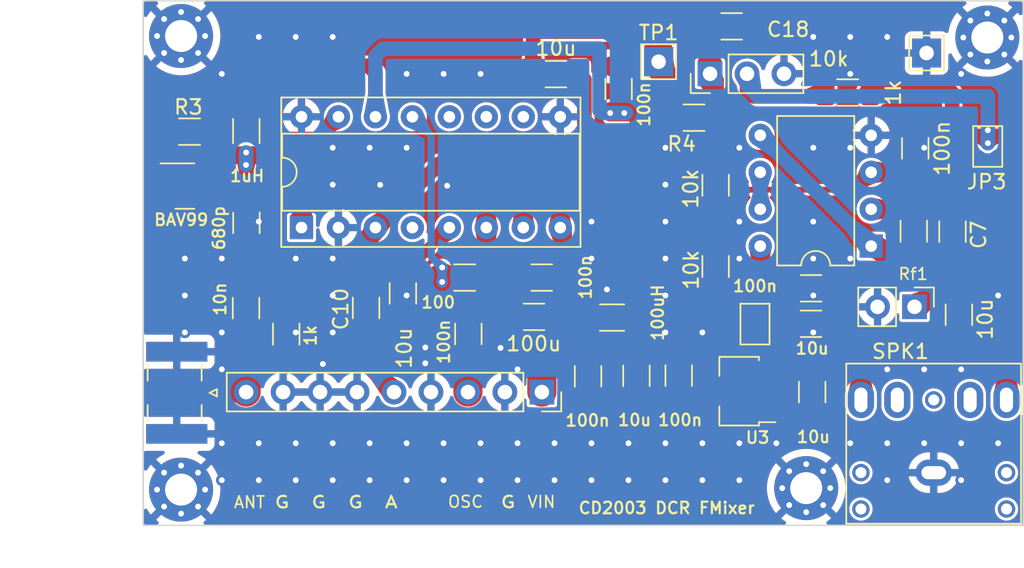
<source format=kicad_pcb>
(kicad_pcb (version 20221018) (generator pcbnew)
  (layers (0 "F.Cu" signal) (31 "B.Cu" signal) (34 "B.Paste" user) (35 "F.Paste" user) (36 "B.SilkS" user "B.Silkscreen") (37 "F.SilkS" user "F.Silkscreen") (38 "B.Mask" user) (39 "F.Mask" user) (44 "Edge.Cuts" user))
  (net 0 "")
  (net 1 "RX_OSC")
  (net 2 "+5V")
  (net 3 "Net-(U1-FM_OSC)")
  (net 4 "Net-(U1-FM_RF_IN)")
  (net 7 "GND")
  (net 10 "RX_AUDIO")
  (net 11 "Net-(C11-Pad1)")
  (net 12 "Net-(JP3-A)")
  (net 13 "Net-(U2A-+)")
  (net 14 "Net-(U2A--)")
  (net 15 "+3.3V")
  (net 16 "Net-(C1-Pad2)")
  (net 17 "Net-(U2B--)")
  (net 18 "Net-(C14-Pad2)")
  (net 19 "5VCLEAN")
  (net 20 "Net-(J1-In)")
  (net 21 "Net-(J2-Pin_1)")
  (net 24 "Net-(U1-AGC)")
  (net 25 "Net-(U1-FM_TUNER)")
  (net 26 "Net-(JP1-Pin_5)")
  (net 27 "Net-(C18-Pad1)")
  (footprint "Capacitor_SMD:C_1206_3216Metric_Pad1.33x1.80mm_HandSolder" (layer "F.Cu") (at 60.36 64.5925 -90)
    (fp_text reference "C10")
    (fp_text value "100n" hide)
  )
  (footprint "TestPoint:TestPoint_THTPad_2.0x2.0mm_Drill1.0mm" (layer "F.Cu") (at 80.46 47.66)
    (fp_text reference "TP1")
    (fp_text value "Debug_Audio" hide)
  )
  (footprint "Capacitor_SMD:C_1206_3216Metric_Pad1.33x1.80mm_HandSolder" (layer "F.Cu") (at 75.612 69.2955 -90)
    (fp_text reference "C5" hide)
    (fp_text value "100n")
  )
  (footprint "Connector_PinHeader_2.54mm:PinHeader_1x03_P2.54mm_Vertical" (layer "F.Cu") (at 83.995 48.49 90)
    (fp_text reference "RV1" hide)
    (fp_text value "10k")
  )
  (footprint "Connector_PinHeader_2.54mm:PinHeader_1x02_P2.54mm_Vertical" (layer "F.Cu") (at 98.044 64.516 -90)
    (fp_text reference "J2" hide)
    (fp_text value "Conn_01x02" hide)
  )
  (footprint "Capacitor_SMD:C_1206_3216Metric_Pad1.33x1.80mm_HandSolder" (layer "F.Cu") (at 77.71 49.54 90)
    (fp_text reference "C8" hide)
    (fp_text value "100n")
  )
  (footprint "Inductor_SMD:L_1206_3216Metric_Pad1.22x1.90mm_HandSolder" (layer "F.Cu") (at 52.13 52.43 90)
    (fp_text reference "L1" hide)
    (fp_text value "1uH")
  )
  (footprint "Capacitor_SMD:C_1206_3216Metric_Pad1.33x1.80mm_HandSolder" (layer "F.Cu") (at 52.137 58.7455 90)
    (fp_text reference "C11" hide)
    (fp_text value "680p")
  )
  (footprint "Capacitor_SMD:C_1206_3216Metric_Pad1.33x1.80mm_HandSolder" (layer "F.Cu") (at 71.8995 65.208 180)
    (fp_text reference "C6" hide)
    (fp_text value "100u")
  )
  (footprint "Resistor_SMD:R_1206_3216Metric_Pad1.30x1.75mm_HandSolder" (layer "F.Cu") (at 67.13 62.506)
    (fp_text reference "R14" hide)
    (fp_text value "100")
  )
  (footprint "Capacitor_SMD:C_1206_3216Metric_Pad1.33x1.80mm_HandSolder" (layer "F.Cu") (at 72.4285 62.506 180)
    (fp_text reference "C9" hide)
    (fp_text value "100n")
  )
  (footprint "MountingHole:MountingHole_2.2mm_M2_Pad_Via" (layer "F.Cu") (at 90.6 76.984 180)
    (fp_text reference "H2" hide)
    (fp_text value "MountingHole_Pad" hide)
  )
  (footprint "MountingHole:MountingHole_2.2mm_M2_Pad_Via" (layer "F.Cu") (at 47.649274 77.087274)
    (fp_text reference "H4" hide)
    (fp_text value "MountingHole_Pad" hide)
  )
  (footprint "Capacitor_SMD:C_1206_3216Metric_Pad1.33x1.80mm_HandSolder" (layer "F.Cu") (at 78.937 69.258 -90)
    (fp_text reference "C3" hide)
    (fp_text value "10u")
  )
  (footprint "MountingHole:MountingHole_2.2mm_M2_Pad_Via" (layer "F.Cu") (at 47.649274 45.892726 180)
    (fp_text reference "H1" hide)
    (fp_text value "MountingHole_Pad" hide)
  )
  (footprint "Capacitor_SMD:C_1206_3216Metric_Pad1.33x1.80mm_HandSolder" (layer "F.Cu") (at 98.092 53.616 90)
    (fp_text reference "C2" hide)
    (fp_text value "100n")
  )
  (footprint "Inductor_SMD:L_1206_3216Metric_Pad1.22x1.90mm_HandSolder" (layer "F.Cu") (at 77.262 65.258)
    (fp_text reference "L2" hide)
    (fp_text value "100uH")
  )
  (footprint "footprints:PinSocket_1x09_P2.54mm_Vertical_Custom" (layer "F.Cu") (at 72.438 70.38 -90)
    (fp_text reference "JP1" hide)
    (fp_text value "Pin Header" hide)
  )
  (footprint "Capacitor_SMD:C_1206_3216Metric_Pad1.33x1.80mm_HandSolder" (layer "F.Cu") (at 90.9395 63.243)
    (fp_text reference "C12" hide)
    (fp_text value "100n")
  )
  (footprint "Resistor_SMD:R_1206_3216Metric_Pad1.30x1.75mm_HandSolder" (layer "F.Cu") (at 82.89 51.51)
    (fp_text reference "R4")
    (fp_text value "1k" hide)
  )
  (footprint "Capacitor_SMD:C_1206_3216Metric_Pad1.33x1.80mm_HandSolder" (layer "F.Cu") (at 91.012 70.378 -90)
    (fp_text reference "C13" hide)
    (fp_text value "10u")
  )
  (footprint "Capacitor_SMD:C_1206_3216Metric_Pad1.33x1.80mm_HandSolder" (layer "F.Cu") (at 90.932 65.683 180)
    (fp_text reference "C15" hide)
    (fp_text value "10u")
  )
  (footprint "Capacitor_SMD:C_1206_3216Metric_Pad1.33x1.80mm_HandSolder" (layer "F.Cu") (at 52.112 64.608 -90)
    (fp_text reference "C17" hide)
    (fp_text value "10n")
  )
  (footprint "Capacitor_SMD:C_1206_3216Metric_Pad1.33x1.80mm_HandSolder" (layer "F.Cu") (at 67.387 66.383 -90)
    (fp_text reference "C21" hide)
    (fp_text value "100n")
  )
  (footprint "Capacitor_SMD:C_1206_3216Metric_Pad1.33x1.80mm_HandSolder" (layer "F.Cu") (at 62.89 63.5925 -90)
    (fp_text reference "C16" hide)
    (fp_text value " 10u")
  )
  (footprint "Package_TO_SOT_SMD:SOT-23" (layer "F.Cu") (at 47.904 56.2125)
    (fp_text reference "D1" hide)
    (fp_text value "BAV99")
  )
  (footprint "Capacitor_SMD:C_1206_3216Metric_Pad1.33x1.80mm_HandSolder" (layer "F.Cu") (at 100.652 59.3455 90)
    (fp_text reference "C7")
    (fp_text value "~1nF" hide)
  )
  (footprint "TestPoint:TestPoint_THTPad_2.0x2.0mm_Drill1.0mm" (layer "F.Cu") (at 98.87 47.06)
    (fp_text reference "TP2" hide)
    (fp_text value "GND" hide)
  )
  (footprint "Resistor_SMD:R_1206_3216Metric_Pad1.30x1.75mm_HandSolder" (layer "F.Cu") (at 54.872 66.398 -90)
    (fp_text reference "R13" hide)
    (fp_text value "1k")
  )
  (footprint "Resistor_SMD:R_1206_3216Metric_Pad1.30x1.75mm_HandSolder" (layer "F.Cu") (at 84.376 61.744 90)
    (fp_text reference "R1" hide)
    (fp_text value "10k")
  )
  (footprint "Resistor_SMD:R_1206_3216Metric_Pad1.30x1.75mm_HandSolder" (layer "F.Cu") (at 93.45 49.778 180)
    (fp_text reference "Rin1" hide)
    (fp_text value "1k")
  )
  (footprint "Jumper:SolderJumper-2_P1.3mm_Open_TrianglePad1.0x1.5mm" (layer "F.Cu") (at 87.08 65.705 90)
    (fp_text reference "JP2" hide)
    (fp_text value "Jumper_2_Open" hide)
  )
  (footprint "Connector_Coaxial:SMA_Samtec_SMA-J-P-X-ST-EM1_EdgeMount" (layer "F.Cu") (at 47.352 70.428 -90)
    (fp_text reference "J1" hide)
    (fp_text value "SMA Edge Mount" hide)
  )
  (footprint "Resistor_SMD:R_1206_3216Metric_Pad1.30x1.75mm_HandSolder" (layer "F.Cu") (at 97.992 59.313 90)
    (fp_text reference "Rf1")
    (fp_text value "4.7k" hide)
  )
  (footprint "MountingHole:MountingHole_2.2mm_M2_Pad_Via" (layer "F.Cu") (at 103.046 45.996)
    (fp_text reference "H3" hide)
    (fp_text value "MountingHole_Pad" hide)
  )
  (footprint "Capacitor_SMD:C_1206_3216Metric_Pad1.33x1.80mm_HandSolder" (layer "F.Cu") (at 85.48 45.23)
    (fp_text reference "C18")
    (fp_text value "~4.7nF" hide)
  )
  (footprint "Capacitor_SMD:C_1206_3216Metric_Pad1.33x1.80mm_HandSolder" (layer "F.Cu") (at 73.406 48.514 180)
    (fp_text reference "C1" hide)
    (fp_text value "10u")
  )
  (footprint "Resistor_SMD:R_1206_3216Metric_Pad1.30x1.75mm_HandSolder" (layer "F.Cu") (at 84.376 56.156 90)
    (fp_text reference "R2" hide)
    (fp_text value "10k")
  )
  (footprint "Package_TO_SOT_SMD:SOT-89-3" (layer "F.Cu") (at 85.992 70.318 180)
    (fp_text reference "U3")
    (fp_text value "HT7833 SOT89 3.3V 500mA LDO" hide)
  )
  (footprint "Capacitor_SMD:C_1206_3216Metric_Pad1.33x1.80mm_HandSolder" (layer "F.Cu") (at 81.84 69.2475 -90)
    (fp_text reference "C4" hide)
    (fp_text value "100n")
  )
  (footprint "Resistor_SMD:R_1206_3216Metric_Pad1.30x1.75mm_HandSolder" (layer "F.Cu") (at 48.23 52.47 180)
    (fp_text reference "R3")
    (fp_text value "0R" hide)
  )
  (footprint "Capacitor_SMD:C_1206_3216Metric_Pad1.33x1.80mm_HandSolder" (layer "F.Cu") (at 101.092 65.0625 -90)
    (fp_text reference "C14" hide)
    (fp_text value "10u")
  )
  (footprint "Jumper:SolderJumper-2_P1.3mm_Open_TrianglePad1.0x1.5mm" (layer "F.Cu") (at 103.07 53.49 -90)
    (fp_text reference "JP3")
    (fp_text value "Jumper_2_Open" hide)
  )
  (footprint "Package_DIP:DIP-16_W7.62mm_Socket" (layer "F.Cu") (at 55.922 59.068 90)
    (fp_text reference "U1" hide)
    (fp_text value "CD2003GB_GP" hide)
  )
  (footprint "footprints:PJ-307_Modded" (layer "F.Cu") (at 99.362 72.92 90)
    (fp_text reference "SPK1")
    (fp_text value "SPEAKER")
  )
  (footprint "Package_DIP:DIP-8_W7.62mm" (layer "F.Cu") (at 95.062 60.343 180)
    (fp_text reference "U2" hide)
    (fp_text value "MCP6002" hide)
  )
  (gr_rect (start 45.042 43.466) (end 105.524 79.546) (stroke (width 0.1)) (fill none) (layer "Edge.Cuts"))
  (gr_text "G  G  G  A" (at 53.99 78.42) (layer "F.SilkS") (effects (font (size 0.8 1)) (justify left bottom)))
  (gr_text "OSC" (at 67.19 77.92) (layer "F.SilkS") (effects (font (size 0.8 0.8) (thickness 0.12))))
  (gr_text "CD2003 DCR FMixer" (at 74.88 78.82) (layer "F.SilkS") (effects (font (size 0.8 0.8)) (justify left bottom)))
  (gr_text "ANT" (at 52.352 77.956) (layer "F.SilkS") (effects (font (size 0.8 0.8) (thickness 0.12))))
  (gr_text "VIN" (at 72.41 77.93) (layer "F.SilkS") (effects (font (size 0.8 0.8) (thickness 0.12))))
  (gr_text "G" (at 69.52 78.41) (layer "F.SilkS") (effects (font (size 0.8 1)) (justify left bottom)))
  (segment (start 67.358 67.9745) (end 67.387 67.9455) (width 2) (layer "F.Cu") (net 1))
  (segment (start 67.358 70.38) (end 67.358 67.9745) (width 2) (layer "F.Cu") (net 1))
  (segment (start 75.612 67.733) (end 75.612 65.2705) (width 2) (layer "F.Cu") (net 2))
  (segment (start 72.438 70.38) (end 72.438 67.908) (width 2) (layer "F.Cu") (net 2))
  (segment (start 72.613 67.733) (end 72.438 67.908) (width 2) (layer "F.Cu") (net 2))
  (segment (start 75.612 67.733) (end 72.613 67.733) (width 2) (layer "F.Cu") (net 2))
  (segment (start 75.612 65.2705) (end 75.5995 65.258) (width 2) (layer "F.Cu") (net 2))
  (segment (start 75.5995 65.258) (end 73.512 65.258) (width 2) (layer "F.Cu") (net 2))
  (segment (start 65.587 62.808) (end 65.58 62.815) (width 2) (layer "F.Cu") (net 3))
  (segment (start 65.58 62.815) (end 65.58 64.251) (width 2) (layer "F.Cu") (net 3))
  (segment (start 65.58 64.251) (end 66.1495 64.8205) (width 2) (layer "F.Cu") (net 3))
  (segment (start 65.58 62.801) (end 65.587 62.808) (width 2) (layer "F.Cu") (net 3))
  (segment (start 65.58 62.506) (end 65.58 62.801) (width 2) (layer "F.Cu") (net 3))
  (segment (start 66.1495 64.8205) (end 67.387 64.8205) (width 2) (layer "F.Cu") (net 3))
  (via (at 65.587 61.808) (size 0.8) (drill 0.4) (layers "F.Cu" "B.Cu") (net 3))
  (via (at 65.587 62.808) (size 0.8) (drill 0.4) (layers "F.Cu" "B.Cu") (net 3))
  (segment (start 64.832 61.053) (end 65.587 61.808) (width 0.5) (layer "B.Cu") (net 3))
  (segment (start 65.58 61.998) (end 65.58 62.506) (width 0.5) (layer "B.Cu") (net 3))
  (segment (start 64.832 52.738) (end 64.832 60.77) (width 0.5) (layer "B.Cu") (net 3))
  (segment (start 63.542 51.448) (end 64.832 52.738) (width 0.5) (layer "B.Cu") (net 3))
  (segment (start 64.832 60.77) (end 64.832 61.053) (width 0.5) (layer "B.Cu") (net 3))
  (segment (start 65.587 61.808) (end 65.587 62.808) (width 0.5) (layer "B.Cu") (net 3))
  (segment (start 65.587 61.808) (end 65.58 61.815) (width 0.5) (layer "B.Cu") (net 3))
  (segment (start 65.58 61.815) (end 65.58 61.998) (width 0.5) (layer "B.Cu") (net 3))
  (segment (start 52.13 56.17) (end 52.13 57.176) (width 1) (layer "F.Cu") (net 4))
  (segment (start 52.0875 56.2125) (end 52.13 56.17) (width 0.75) (layer "F.Cu") (net 4))
  (segment (start 52.137 57.183) (end 55.563 57.183) (width 1) (layer "F.Cu") (net 4))
  (segment (start 55.563 57.183) (end 55.922 57.542) (width 1) (layer "F.Cu") (net 4))
  (segment (start 48.8415 56.2125) (end 52.0875 56.2125) (width 0.75) (layer "F.Cu") (net 4))
  (segment (start 52.13 54.0925) (end 52.13 56.17) (width 1) (layer "F.Cu") (net 4))
  (segment (start 55.922 57.542) (end 55.922 59.068) (width 1) (layer "F.Cu") (net 4))
  (via (at 52.11 54.76) (size 0.8) (drill 0.4) (layers "F.Cu" "B.Cu") (net 4))
  (via (at 52.12 53.9) (size 0.8) (drill 0.4) (layers "F.Cu" "B.Cu") (net 4))
  (segment (start 52.12 53.9) (end 52.11 53.91) (width 1) (layer "B.Cu") (net 4))
  (segment (start 52.11 53.91) (end 52.11 54.76) (width 1) (layer "B.Cu") (net 4))
  (via (at 58.067 56.116) (size 0.8) (drill 0.4) (layers "F.Cu" "B.Cu") (net 7))
  (via (at 52.987 58.656) (size 0.8) (drill 0.4) (layers "F.Cu" "B.Cu") (net 7))
  (via (at 57.39 68.45) (size 0.8) (drill 0.4) (layers "F.Cu" "B.Cu") (net 7))
  (via (at 55.527 61.196) (size 0.8) (drill 0.4) (layers "F.Cu" "B.Cu") (net 7))
  (via (at 63.147 76.436) (size 0.8) (drill 0.4) (layers "F.Cu" "B.Cu") (net 7))
  (via (at 50.447 48.496) (size 0.8) (drill 0.4) (layers "F.Cu" "B.Cu") (net 7))
  (via (at 93.627 61.196) (size 0.8) (drill 0.4) (layers "F.Cu" "B.Cu") (net 7))
  (via (at 50.447 73.896) (size 0.8) (drill 0.4) (layers "F.Cu" "B.Cu") (net 7))
  (via (at 63.147 63.736) (size 0.8) (drill 0.4) (layers "F.Cu" "B.Cu") (net 7))
  (via (at 68.227 73.896) (size 0.8) (drill 0.4) (layers "F.Cu" "B.Cu") (net 7))
  (via (at 73.307 76.436) (size 0.8) (drill 0.4) (layers "F.Cu" "B.Cu") (net 7))
  (via (at 58.067 63.736) (size 0.8) (drill 0.4) (layers "F.Cu" "B.Cu") (net 7))
  (via (at 78.387 73.896) (size 0.8) (drill 0.4) (layers "F.Cu" "B.Cu") (net 7))
  (via (at 103.787 73.896) (size 0.8) (drill 0.4) (layers "F.Cu" "B.Cu") (net 7))
  (via (at 47.907 63.736) (size 0.8) (drill 0.4) (layers "F.Cu" "B.Cu") (net 7))
  (via (at 64.43 68.4) (size 0.8) (drill 0.4) (layers "F.Cu" "B.Cu") (net 7))
  (via (at 80.927 73.896) (size 0.8) (drill 0.4) (layers "F.Cu" "B.Cu") (net 7))
  (via (at 75.847 58.656) (size 0.8) (drill 0.4) (layers "F.Cu" "B.Cu") (net 7))
  (via (at 86.007 73.896) (size 0.8) (drill 0.4) (layers "F.Cu" "B.Cu") (net 7))
  (via (at 93.627 53.576) (size 0.8) (drill 0.4) (layers "F.Cu" "B.Cu") (net 7))
  (via (at 91.087 53.576) (size 0.8) (drill 0.4) (layers "F.Cu" "B.Cu") (net 7))
  (via (at 101.247 76.436) (size 0.8) (drill 0.4) (layers "F.Cu" "B.Cu") (net 7))
  (via (at 86.007 76.436) (size 0.8) (drill 0.4) (layers "F.Cu" "B.Cu") (net 7))
  (via (at 75.847 76.436) (size 0.8) (drill 0.4) (layers "F.Cu" "B.Cu") (net 7))
  (via (at 50.447 66.276) (size 0.8) (drill 0.4) (layers "F.Cu" "B.Cu") (net 7))
  (via (at 83.467 73.896) (size 0.8) (drill 0.4) (layers "F.Cu" "B.Cu") (net 7))
  (via (at 55.527 76.436) (size 0.8) (drill 0.4) (layers "F.Cu" "B.Cu") (net 7))
  (via (at 64.43 67.31) (size 0.8) (drill 0.4) (layers "F.Cu" "B.Cu") (net 7))
  (via (at 80.927 61.196) (size 0.8) (drill 0.4) (layers "F.Cu" "B.Cu") (net 7))
  (via (at 75.847 61.196) (size 0.8) (drill 0.4) (layers "F.Cu" "B.Cu") (net 7))
  (via (at 86.007 61.196) (size 0.8) (drill 0.4) (layers "F.Cu" "B.Cu") (net 7))
  (via (at 65.687 73.896) (size 0.8) (drill 0.4) (layers "F.Cu" "B.Cu") (net 7))
  (via (at 80.927 63.736) (size 0.8) (drill 0.4) (layers "F.Cu" "B.Cu") (net 7))
  (via (at 91.087 58.656) (size 0.8) (drill 0.4) (layers "F.Cu" "B.Cu") (net 7))
  (via (at 93.627 45.956) (size 0.8) (drill 0.4) (layers "F.Cu" "B.Cu") (net 7))
  (via (at 63.147 48.496) (size 0.8) (drill 0.4) (layers "F.Cu" "B.Cu") (net 7))
  (via (at 63.147 53.576) (size 0.8) (drill 0.4) (layers "F.Cu" "B.Cu") (net 7))
  (via (at 65.687 48.496) (size 0.8) (drill 0.4) (layers "F.Cu" "B.Cu") (net 7))
  (via (at 52.987 73.896) (size 0.8) (drill 0.4) (layers "F.Cu" "B.Cu") (net 7))
  (via (at 86.007 53.576) (size 0.8) (drill 0.4) (layers "F.Cu" "B.Cu") (net 7))
  (via (at 83.467 66.276) (size 0.8) (drill 0.4) (layers "F.Cu" "B.Cu") (net 7))
  (via (at 47.907 61.196) (size 0.8) (drill 0.4) (layers "F.Cu" "B.Cu") (net 7))
  (via (at 58.067 45.956) (size 0.8) (drill 0.4) (layers "F.Cu" "B.Cu") (net 7))
  (via (at 98.707 53.576) (size 0.8) (drill 0.4) (layers "F.Cu" "B.Cu") (net 7))
  (via (at 96.167 68.816) (size 0.8) (drill 0.4) (layers "F.Cu" "B.Cu") (net 7))
  (via (at 91.087 45.956) (size 0.8) (drill 0.4) (layers "F.Cu" "B.Cu") (net 7))
  (via (at 70.767 76.436) (size 0.8) (drill 0.4) (layers "F.Cu" "B.Cu") (net 7))
  (via (at 55.527 45.956) (size 0.8) (drill 0.4) (layers "F.Cu" "B.Cu") (net 7))
  (via (at 96.167 76.436) (size 0.8) (drill 0.4) (layers "F.Cu" "B.Cu") (net 7))
  (via (at 52.987 76.436) (size 0.8) (drill 0.4) (layers "F.Cu" "B.Cu") (net 7))
  (via (at 98.707 68.816) (size 0.8) (drill 0.4) (layers "F.Cu" "B.Cu") (net 7))
  (via (at 91.087 66.276) (size 0.8) (drill 0.4) (layers "F.Cu" "B.Cu") (net 7))
  (via (at 52.987 45.956) (size 0.8) (drill 0.4) (layers "F.Cu" "B.Cu") (net 7))
  (via (at 80.927 66.276) (size 0.8) (drill 0.4) (layers "F.Cu" "B.Cu") (net 7))
  (via (at 96.167 73.896) (size 0.8) (drill 0.4) (layers "F.Cu" "B.Cu") (net 7))
  (via (at 58.067 53.576) (size 0.8) (drill 0.4) (layers "F.Cu" "B.Cu") (net 7))
  (via (at 69.6 67.34) (size 0.8) (drill 0.4) (layers "F.Cu" "B.Cu") (net 7))
  (via (at 65.93 56.19) (size 0.8) (drill 0.4) (layers "F.Cu" "B.Cu") (net 7))
  (via (at 80.927 56.116) (size 0.8) (drill 0.4) (layers "F.Cu" "B.Cu") (net 7))
  (via (at 60.607 76.436) (size 0.8) (drill 0.4) (layers "F.Cu" "B.Cu") (net 7))
  (via (at 75.847 73.896) (size 0.8) (drill 0.4) (layers "F.Cu" "B.Cu") (net 7))
  (via (at 101.247 73.896) (size 0.8) (drill 0.4) (layers "F.Cu" "B.Cu") (net 7))
  (via (at 96.167 45.956) (size 0.8) (drill 0.4) (layers "F.Cu" "B.Cu") (net 7))
  (via (at 47.907 66.276) (size 0.8) (drill 0.4) (layers "F.Cu" "B.Cu") (net 7))
  (via (at 68.227 48.496) (size 0.8) (drill 0.4) (layers "F.Cu" "B.Cu") (net 7))
  (via (at 80.927 76.436) (size 0.8) (drill 0.4) (layers "F.Cu" "B.Cu") (net 7))
  (via (at 58.067 73.896) (size 0.8) (drill 0.4) (layers "F.Cu" "B.Cu") (net 7))
  (via (at 55.527 73.896) (size 0.8) (drill 0.4) (layers "F.Cu" "B.Cu") (net 7))
  (via (at 88.547 73.896) (size 0.8) (drill 0.4) (layers "F.Cu" "B.Cu") (net 7))
  (via (at 78.387 76.436) (size 0.8) (drill 0.4) (layers "F.Cu" "B.Cu") (net 7))
  (via (at 60.607 53.576) (size 0.8) (drill 0.4) (layers "F.Cu" "B.Cu") (net 7))
  (via (at 68.227 76.436) (size 0.8) (drill 0.4) (layers "F.Cu" "B.Cu") (net 7))
  (via (at 73.307 73.896) (size 0.8) (drill 0.4) (layers "F.Cu" "B.Cu") (net 7))
  (via (at 63.147 73.896) (size 0.8) (drill 0.4) (layers "F.Cu" "B.Cu") (net 7))
  (via (at 70.767 68.816) (size 0.8) (drill 0.4) (layers "F.Cu" "B.Cu") (net 7))
  (via (at 55.527 66.276) (size 0.8) (drill 0.4) (layers "F.Cu" "B.Cu") (net 7))
  (via (at 91.087 61.196) (size 0.8) (drill 0.4) (layers "F.Cu" "B.Cu") (net 7))
  (via (at 80.927 58.656) (size 0.8) (drill 0.4) (layers "F.Cu" "B.Cu") (net 7))
  (via (at 98.707 73.896) (size 0.8) (drill 0.4) (layers "F.Cu" "B.Cu") (net 7))
  (via (at 60.607 73.896) (size 0.8) (drill 0.4) (layers "F.Cu" "B.Cu") (net 7))
  (via (at 83.467 76.436) (size 0.8) (drill 0.4) (layers "F.Cu" "B.Cu") (net 7))
  (via (at 76.91 63.32) (size 0.8) (drill 0.4) (layers "F.Cu" "B.Cu") (net 7))
  (via (at 80.927 53.576) (size 0.8) (drill 0.4) (layers "F.Cu" "B.Cu") (net 7))
  (via (at 101.247 68.816) (size 0.8) (drill 0.4) (layers "F.Cu" "B.Cu") (net 7))
  (via (at 50.447 68.816) (size 0.8) (drill 0.4) (layers "F.Cu" "B.Cu") (net 7))
  (via (at 101.247 48.496) (size 0.8) (drill 0.4) (layers "F.Cu" "B.Cu") (net 7))
  (via (at 61.33 56.13) (size 0.8) (drill 0.4) (layers "F.Cu" "B.Cu") (net 7))
  (via (at 103.787 63.736) (size 0.8) (drill 0.4) (layers "F.Cu" "B.Cu") (net 7))
  (via (at 70.767 73.896) (size 0.8) (drill 0.4) (layers "F.Cu" "B.Cu") (net 7))
  (via (at 93.627 48.496) (size 0.8) (drill 0.4) (layers "F.Cu" "B.Cu") (net 7))
  (via (at 58.067 76.436) (size 0.8) (drill 0.4) (layers "F.Cu" "B.Cu") (net 7))
  (via (at 93.627 73.896) (size 0.8) (drill 0.4) (layers "F.Cu" "B.Cu") (net 7))
  (via (at 86.007 58.656) (size 0.8) (drill 0.4) (layers "F.Cu" "B.Cu") (net 7))
  (via (at 91.087 63.736) (size 0.8) (drill 0.4) (layers "F.Cu" "B.Cu") (net 7))
  (via (at 58.067 61.196) (size 0.8) (drill 0.4) (layers "F.Cu" "B.Cu") (net 7))
  (via (at 58.067 66.276) (size 0.8) (drill 0.4) (layers "F.Cu" "B.Cu") (net 7))
  (via (at 65.687 76.436) (size 0.8) (drill 0.4) (layers "F.Cu" "B.Cu") (net 7))
  (via (at 50.447 61.196) (size 0.8) (drill 0.4) (layers "F.Cu" "B.Cu") (net 7))
  (via (at 50.447 76.436) (size 0.8) (drill 0.4) (layers "F.Cu" "B.Cu") (net 7))
  (segment (start 74.64 54.676) (end 65.394 54.676) (width 1) (layer "F.Cu") (net 10))
  (segment (start 74.64 54.65) (end 75.36 53.93) (width 1) (layer "F.Cu") (net 10))
  (segment (start 65.394 54.676) (end 61.002 59.068) (width 1) (layer "F.Cu") (net 10))
  (segment (start 75.36 53.93) (end 75.36 48.9055) (width 1) (layer "F.Cu") (net 10))
  (segment (start 60.36 59.71) (end 61.002 59.068) (width 1) (layer "F.Cu") (net 10))
  (segment (start 60.36 63.03) (end 60.36 59.71) (width 1) (layer "F.Cu") (net 10))
  (segment (start 74.64 54.676) (end 74.64 54.65) (width 1) (layer "F.Cu") (net 10))
  (segment (start 75.36 48.9055) (end 74.9685 48.514) (width 1) (layer "F.Cu") (net 10))
  (segment (start 54.3895 63.0455) (end 52.112 63.0455) (width 1) (layer "F.Cu") (net 11))
  (segment (start 54.872 64.848) (end 54.872 63.528) (width 1) (layer "F.Cu") (net 11))
  (segment (start 54.872 63.528) (end 54.3895 63.0455) (width 1) (layer "F.Cu") (net 11))
  (segment (start 52.137 63.0205) (end 52.112 63.0455) (width 2) (layer "F.Cu") (net 11))
  (segment (start 52.137 60.308) (end 52.137 63.0205) (width 2) (layer "F.Cu") (net 11))
  (segment (start 86.535 49.595) (end 86.98 50.04) (width 1) (layer "F.Cu") (net 12))
  (segment (start 86.98 50.04) (end 91.638 50.04) (width 1) (layer "F.Cu") (net 12))
  (segment (start 86.535 48.49) (end 86.535 49.595) (width 1) (layer "F.Cu") (net 12))
  (segment (start 92.06 49.79) (end 91.912 49.778) (width 1) (layer "F.Cu") (net 12))
  (segment (start 91.638 50.04) (end 91.9 49.778) (width 1) (layer "F.Cu") (net 12))
  (segment (start 91.888 49.778) (end 92.06 49.79) (width 1) (layer "F.Cu") (net 12))
  (via (at 103.08 52.37) (size 0.8) (drill 0.4) (layers "F.Cu" "B.Cu") (net 12))
  (via (at 103.08 53.26) (size 0.8) (drill 0.4) (layers "F.Cu" "B.Cu") (net 12))
  (segment (start 103.09 50.04) (end 103.08 52.37) (width 1) (layer "B.Cu") (net 12))
  (segment (start 86.535 48.49) (end 86.535 49.285) (width 1) (layer "B.Cu") (net 12))
  (segment (start 103.09 50.04) (end 103.09 53.25) (width 1) (layer "B.Cu") (net 12))
  (segment (start 86.535 49.285) (end 87.29 50.04) (width 1) (layer "B.Cu") (net 12))
  (segment (start 103.08 53.26) (end 103.09 53.08) (width 1) (layer "B.Cu") (net 12))
  (segment (start 103.09 53.25) (end 103.08 53.26) (width 1) (layer "B.Cu") (net 12))
  (segment (start 103.08 52.37) (end 103.08 53.26) (width 1) (layer "B.Cu") (net 12))
  (segment (start 87.29 50.04) (end 103.09 50.04) (width 1) (layer "B.Cu") (net 12))
  (segment (start 84.577 56.463) (end 84.376 56.664) (width 0.4) (layer "F.Cu") (net 13))
  (segment (start 84.376 56.664) (end 84.376 57.706) (width 0.4) (layer "F.Cu") (net 13))
  (segment (start 93.862 56.463) (end 84.577 56.463) (width 0.4) (layer "F.Cu") (net 13))
  (segment (start 95.062 55.263) (end 93.862 56.463) (width 0.4) (layer "F.Cu") (net 13))
  (segment (start 95.062 55.263) (end 98.0075 55.263) (width 1) (layer "F.Cu") (net 13))
  (segment (start 84.376 60.194) (end 84.376 57.706) (width 1) (layer "F.Cu") (net 13))
  (segment (start 97.992 57.763) (end 100.632 57.763) (width 1) (layer "F.Cu") (net 14))
  (segment (start 94.702 49.778) (end 100.604 49.778) (width 1) (layer "F.Cu") (net 14))
  (segment (start 100.632 49.806) (end 100.632 57.763) (width 1) (layer "F.Cu") (net 14))
  (segment (start 95.062 57.803) (end 97.952 57.803) (width 1) (layer "F.Cu") (net 14))
  (segment (start 100.604 49.778) (end 100.632 49.806) (width 1) (layer "F.Cu") (net 14))
  (segment (start 89.202 68.818) (end 91.0095 68.818) (width 1) (layer "F.Cu") (net 15))
  (segment (start 86.96 63.373) (end 84.455 63.373) (width 1) (layer "F.Cu") (net 15))
  (segment (start 89.3695 65.683) (end 89.3695 68.6505) (width 1) (layer "F.Cu") (net 15))
  (segment (start 86.96 64.73) (end 87.08 64.73) (width 1) (layer "F.Cu") (net 15))
  (segment (start 88.694 63.373) (end 86.96 63.373) (width 1) (layer "F.Cu") (net 15))
  (segment (start 87.462 63.373) (end 88.694 63.373) (width 1) (layer "F.Cu") (net 15))
  (segment (start 89.3695 68.6505) (end 89.202 68.818) (width 1) (layer "F.Cu") (net 15))
  (segment (start 88.694 63.373) (end 89.3495 63.373) (width 1) (layer "F.Cu") (net 15))
  (segment (start 86.96 63.373) (end 86.96 64.73) (width 1) (layer "F.Cu") (net 15))
  (segment (start 87.462 63.373) (end 87.462 60.363) (width 1) (layer "F.Cu") (net 15))
  (segment (start 89.3695 68.6505) (end 89.3695 63.2505) (width 1) (layer "F.Cu") (net 15))
  (segment (start 87.942 68.818) (end 89.202 68.818) (width 1) (layer "F.Cu") (net 15))
  (segment (start 80.29 45.623) (end 80.26 45.593) (width 1) (layer "F.Cu") (net 16))
  (segment (start 80.46 45.793) (end 80.46 47.66) (width 1) (layer "F.Cu") (net 16))
  (segment (start 80.29 45.623) (end 80.46 45.793) (width 1) (layer "F.Cu") (net 16))
  (segment (start 72.152 45.593) (end 80.26 45.593) (width 1) (layer "F.Cu") (net 16))
  (segment (start 80.29 47.66) (end 80.29 45.623) (width 1) (layer "F.Cu") (net 16))
  (segment (start 71.8435 48.514) (end 71.8435 45.9015) (width 1) (layer "F.Cu") (net 16))
  (segment (start 71.8435 45.9015) (end 72.152 45.593) (width 1) (layer "F.Cu") (net 16))
  (segment (start 80.46 47.66) (end 81.34 48.54) (width 1) (layer "F.Cu") (net 16))
  (segment (start 81.34 48.54) (end 81.34 51.51) (width 1) (layer "F.Cu") (net 16))
  (segment (start 87.442 57.803) (end 87.442 55.263) (width 0.75) (layer "B.Cu") (net 17))
  (segment (start 100.632 66.6085) (end 94.7515 66.6085) (width 1) (layer "F.Cu") (net 18))
  (segment (start 94.362 66.998) (end 94.7515 66.6085) (width 1) (layer "F.Cu") (net 18))
  (segment (start 104.1495 66.6085) (end 100.632 66.6085) (width 1) (layer "F.Cu") (net 18))
  (segment (start 104.362 70.92) (end 104.362 66.821) (width 1) (layer "F.Cu") (net 18))
  (segment (start 94.362 70.92) (end 94.362 66.998) (width 1) (layer "F.Cu") (net 18))
  (segment (start 104.362 66.821) (end 104.1495 66.6085) (width 1) (layer "F.Cu") (net 18))
  (segment (start 52.13 47.94) (end 52.13 50.7675) (width 1) (layer "F.Cu") (net 19))
  (segment (start 71.162 59.068) (end 71.162 57.115) (width 1) (layer "F.Cu") (net 19))
  (segment (start 87.08 67.32) (end 87.08 66.883) (width 1) (layer "F.Cu") (net 19))
  (segment (start 46.68 53.66) (end 46.68 55.001) (width 1) (layer "F.Cu") (net 19))
  (segment (start 78.96 58.75) (end 78.96 57.04) (width 2) (layer "F.Cu") (net 19))
  (segment (start 69.157 56.903) (end 68.622 57.438) (width 1) (layer "F.Cu") (net 19))
  (segment (start 78.9245 65.258) (end 78.9245 67.683) (width 2) (layer "F.Cu") (net 19))
  (segment (start 81.732 67.6355) (end 84.38 67.6355) (width 1) (layer "F.Cu") (net 19))
  (segment (start 77.71 51.1025) (end 78.6475 51.1025) (width 1) (layer "F.Cu") (net 19))
  (segment (start 78.9245 67.683) (end 78.937 67.6955) (width 2) (layer "F.Cu") (net 19))
  (segment (start 81.732 67.6355) (end 78.997 67.6355) (width 1) (layer "F.Cu") (net 19))
  (segment (start 46.68 53.66) (end 46.68 56.876) (width 1) (layer "F.Cu") (net 19))
  (segment (start 61.002 48.422) (end 60.52 47.94) (width 1) (layer "F.Cu") (net 19))
  (segment (start 60.52 47.94) (end 52.13 47.94) (width 1) (layer "F.Cu") (net 19))
  (segment (start 78.96 51.39) (end 78.96 53.11) (width 1) (layer "F.Cu") (net 19))
  (segment (start 78.823 56.903) (end 78.96 57.04) (width 1) (layer "F.Cu") (net 19))
  (segment (start 73.73 56.903) (end 78.823 56.903) (width 1) (layer "F.Cu") (net 19))
  (segment (start 52.13 50.7675) (end 47.1725 50.7675) (width 1) (layer "F.Cu") (net 19))
  (segment (start 46.68 52.47) (end 46.68 51.26) (width 1) (layer "F.Cu") (net 19))
  (segment (start 68.622 59.068) (end 68.622 62.448) (width 1) (layer "F.Cu") (net 19))
  (segment (start 73.991 62.506) (end 73.991 59.357) (width 1) (layer "F.Cu") (net 19))
  (segment (start 84.38 67.6355) (end 86.7645 67.6355) (width 1) (layer "F.Cu") (net 19))
  (segment (start 78.96 67.6725) (end 78.96 58.75) (width 2) (layer "F.Cu") (net 19))
  (segment (start 46.68 52.47) (end 46.68 53.66) (width 1) (layer "F.Cu") (net 19))
  (segment (start 85.3545 67.6355) (end 85.3545 69.11) (width 1) (layer "F.Cu") (net 19))
  (segment (start 73.991 59.357) (end 73.702 59.068) (width 1) (layer "F.Cu") (net 19))
  (segment (start 73.991 62.506) (end 74.277 62.22) (width 1) (layer "F.Cu") (net 19))
  (segment (start 84.38 67.6355) (end 85.3545 67.6355) (width 1) (layer "F.Cu") (net 19))
  (segment (start 73.702 59.068) (end 73.702 56.931) (width 1) (layer "F.Cu") (net 19))
  (segment (start 78.6475 51.1025) (end 78.66 51.09) (width 1) (layer "F.Cu") (net 19))
  (segment (start 78.937 67.6955) (end 78.96 67.6725) (width 2) (layer "F.Cu") (net 19))
  (segment (start 78.66 51.09) (end 78.96 51.39) (width 1) (layer "F.Cu") (net 19))
  (segment (start 47.1725 50.7675) (end 46.68 51.26) (width 1) (layer "F.Cu") (net 19))
  (segment (start 61.002 51.448) (end 61.002 48.422) (width 1) (layer "F.Cu") (net 19))
  (segment (start 68.622 57.438) (end 68.622 59.068) (width 1) (layer "F.Cu") (net 19))
  (segment (start 78.96 58.75) (end 78.96 53.11) (width 2) (layer "F.Cu") (net 19))
  (segment (start 70.95 56.903) (end 69.157 56.903) (width 1) (layer "F.Cu") (net 19))
  (segment (start 73.702 56.931) (end 73.73 56.903) (width 1) (layer "F.Cu") (net 19))
  (segment (start 71.162 57.115) (end 70.95 56.903) (width 1) (layer "F.Cu") (net 19))
  (segment (start 73.73 56.903) (end 70.95 56.903) (width 1) (layer "F.Cu") (net 19))
  (segment (start 86.7645 67.6355) (end 87.08 67.32) (width 1) (layer "F.Cu") (net 19))
  (segment (start 85.3545 69.11) (end 85.3545 70.608) (width 1) (layer "F.Cu") (net 19))
  (segment (start 78.96 53.11) (end 78.96 57.04) (width 1) (layer "F.Cu") (net 19))
  (via (at 77.13 51.19) (size 0.8) (drill 0.4) (layers "F.Cu" "B.Cu") (net 19))
  (via (at 78.1 51.19) (size 0.8) (drill 0.4) (layers "F.Cu" "B.Cu") (net 19))
  (segment (start 76.4 46.76) (end 61.52 46.76) (width 1) (layer "B.Cu") (net 19))
  (segment (start 61.52 46.76) (end 61.002 47.278) (width 1) (layer "B.Cu") (net 19))
  (segment (start 76.4 51) (end 76.59 51.19) (width 1) (layer "B.Cu") (net 19))
  (segment (start 76.59 51.19) (end 78.22 51.19) (width 1) (layer "B.Cu") (net 19))
  (segment (start 61.002 47.278) (end 61.002 51.448) (width 1) (layer "B.Cu") (net 19))
  (segment (start 76.4 46.76) (end 76.4 51) (width 1) (layer "B.Cu") (net 19))
  (segment (start 52.118 70.38) (end 52.118 66.1765) (width 2) (layer "F.Cu") (net 20))
  (segment (start 47.152 70.428) (end 52.07 70.428) (width 1) (layer "F.Cu") (net 20))
  (segment (start 52.118 66.1765) (end 52.112 66.1705) (width 2) (layer "F.Cu") (net 20))
  (segment (start 100.652 60.908) (end 100.652 63.06) (width 1) (layer "F.Cu") (net 21))
  (segment (start 103.032 60.908) (end 103.22 60.72) (width 1) (layer "F.Cu") (net 21))
  (segment (start 95.062 60.343) (end 95.582 60.863) (width 1) (layer "F.Cu") (net 21))
  (segment (start 95.582 60.863) (end 97.992 60.863) (width 1) (layer "F.Cu") (net 21))
  (segment (start 100.652 60.908) (end 103.032 60.908) (width 1) (layer "F.Cu") (net 21))
  (segment (start 100.652 60.908) (end 100.652 63.4635) (width 1) (layer "F.Cu") (net 21))
  (segment (start 101.092 63.5) (end 99.06 63.5) (width 1) (layer "F.Cu") (net 21))
  (segment (start 97.992 60.863) (end 100.607 60.863) (width 1) (layer "F.Cu") (net 21))
  (segment (start 100.652 63.06) (end 101.092 63.5) (width 1) (layer "F.Cu") (net 21))
  (segment (start 103.22 60.72) (end 103.22 54.465) (width 1) (layer "F.Cu") (net 21))
  (segment (start 99.06 63.5) (end 98.044 64.516) (width 1) (layer "F.Cu") (net 21))
  (segment (start 95.062 60.343) (end 87.442 52.723) (width 1) (layer "B.Cu") (net 21))
  (segment (start 62.81 62.34) (end 66.082 59.068) (width 0.75) (layer "F.Cu") (net 24))
  (segment (start 63.12 62.03) (end 66.082 59.068) (width 0.75) (layer "F.Cu") (net 24))
  (segment (start 57.184 52.726) (end 58.462 51.448) (width 0.5) (layer "F.Cu") (net 25))
  (segment (start 50.036 52.726) (end 57.184 52.726) (width 0.5) (layer "F.Cu") (net 25))
  (segment (start 60.36 66.155) (end 60.36 68.462) (width 1) (layer "F.Cu") (net 26))
  (segment (start 60.36 68.462) (end 62.278 70.38) (width 1) (layer "F.Cu") (net 26))
  (segment (start 83.9175 45.23) (end 83.9175 48.4125) (width 1) (layer "F.Cu") (net 27))
  (segment (start 84.44 48.935) (end 83.995 48.49) (width 1) (layer "F.Cu") (net 27))
  (segment (start 84.44 51.51) (end 84.44 48.935) (width 1) (layer "F.Cu") (net 27))
  (zone (net 7) (net_name "GND") (layer "F.Cu") (connect_pads (clearance 0.2)) (min_thickness 0.25) (fill yes (thermal_gap 0.5) (thermal_bridge_width 0.5))
    (polygon (pts (xy 45.006 43.456) (xy 45.006 79.524) (xy 105.458 79.524) (xy 105.458 43.456)))
  )
  (zone (net 7) (net_name "GND") (layer "B.Cu") (priority 1) (connect_pads (clearance 0.2)) (min_thickness 0.25) (fill yes (thermal_gap 0.5) (thermal_bridge_width 0.5))
    (polygon (pts (xy 45.006 43.456) (xy 45.006 79.524) (xy 105.458 79.524) (xy 105.458 43.456)))
  )
)
</source>
